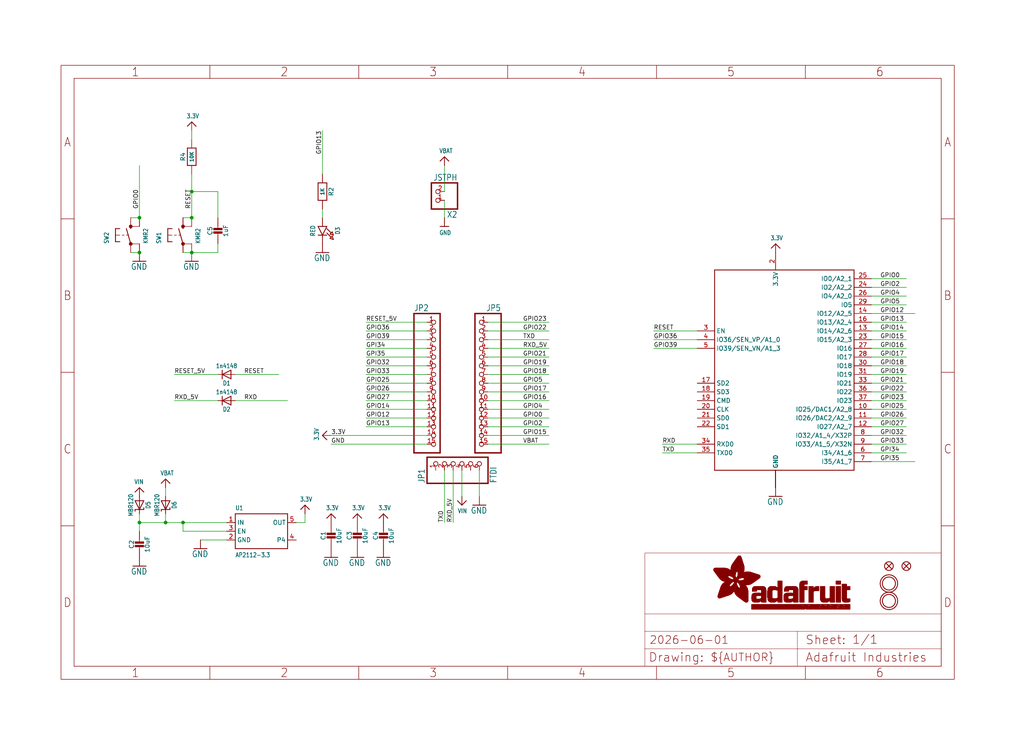
<source format=kicad_sch>
(kicad_sch (version 20230121) (generator eeschema)
  (paper "User" 298.45 217.322)
  (lib_symbols
    (symbol "working-eagle-import:3.3V" (power)
      (property "Value" "3.3V" (at -1.524 1.016 0))
      (symbol "3.3V_1_0"
        (pin power_in line (at 0 -2.54 90) (length 2.54) (name "3.3V") (number "1"))
      )
    )
    (symbol "working-eagle-import:CAP_CERAMIC0805-NOOUTLINE"
      (property "Reference" "C" (at -2.29 1.25 90))
      (symbol "CAP_CERAMIC0805-NOOUTLINE_1_0"
        (pin passive line (at 0 5.08 270) (length 2.54) (name "1") (number "1"))
        (pin passive line (at 0 -2.54 90) (length 2.54) (name "2") (number "2"))
      )
    )
    (symbol "working-eagle-import:CON_JST_PH_2PIN"
      (property "Reference" "X" (at -6.35 5.715 0))
      (symbol "CON_JST_PH_2PIN_1_0"
        (pin passive inverted (at -2.54 2.54 0) (length 2.54) (name "1") (number "1"))
        (pin passive inverted (at -2.54 0 0) (length 2.54) (name "2") (number "2"))
      )
    )
    (symbol "working-eagle-import:DIODE-SCHOTTKYSOD-123"
      (property "Reference" "D" (at 0 2.54 0))
      (symbol "DIODE-SCHOTTKYSOD-123_1_0"
        (pin passive line (at -2.54 0 0) (length 2.54) (name "A") (number "A"))
        (pin passive line (at 2.54 0 180) (length 2.54) (name "C") (number "C"))
      )
    )
    (symbol "working-eagle-import:DIODESOD-323"
      (property "Reference" "D" (at 0 2.54 0))
      (symbol "DIODESOD-323_1_0"
        (pin passive line (at -2.54 0 0) (length 2.54) (name "A") (number "A"))
        (pin passive line (at 2.54 0 180) (length 2.54) (name "C") (number "C"))
      )
    )
    (symbol "working-eagle-import:ESP32_WROOM32"
      (symbol "ESP32_WROOM32_1_0"
        (pin passive line (at 0 -27.94 90) (length 5.08) (name "GND") (number "1"))
        (pin bidirectional line (at 27.94 -5.08 180) (length 5.08) (name "IO25/DAC1/A2_8") (number "10"))
        (pin bidirectional line (at 27.94 -7.62 180) (length 5.08) (name "IO26/DAC2/A2_9") (number "11"))
        (pin bidirectional line (at 27.94 -10.16 180) (length 5.08) (name "IO27/A2_7") (number "12"))
        (pin bidirectional line (at 27.94 17.78 180) (length 5.08) (name "IO14/A2_6") (number "13"))
        (pin bidirectional line (at 27.94 22.86 180) (length 5.08) (name "IO12/A2_5") (number "14"))
        (pin passive line (at 0 -27.94 90) (length 5.08) (name "GND") (number "15"))
        (pin bidirectional line (at 27.94 20.32 180) (length 5.08) (name "IO13/A2_4") (number "16"))
        (pin bidirectional line (at -22.86 2.54 0) (length 5.08) (name "SD2") (number "17"))
        (pin bidirectional line (at -22.86 0 0) (length 5.08) (name "SD3") (number "18"))
        (pin bidirectional line (at -22.86 -2.54 0) (length 5.08) (name "CMD") (number "19"))
        (pin passive line (at 0 40.64 270) (length 5.08) (name "3.3V") (number "2"))
        (pin bidirectional line (at -22.86 -5.08 0) (length 5.08) (name "CLK") (number "20"))
        (pin bidirectional line (at -22.86 -7.62 0) (length 5.08) (name "SD0") (number "21"))
        (pin bidirectional line (at -22.86 -10.16 0) (length 5.08) (name "SD1") (number "22"))
        (pin bidirectional line (at 27.94 15.24 180) (length 5.08) (name "IO15/A2_3") (number "23"))
        (pin bidirectional line (at 27.94 30.48 180) (length 5.08) (name "IO2/A2_2") (number "24"))
        (pin bidirectional line (at 27.94 33.02 180) (length 5.08) (name "IO0/A2_1") (number "25"))
        (pin bidirectional line (at 27.94 27.94 180) (length 5.08) (name "IO4/A2_0") (number "26"))
        (pin bidirectional line (at 27.94 12.7 180) (length 5.08) (name "IO16") (number "27"))
        (pin bidirectional line (at 27.94 10.16 180) (length 5.08) (name "IO17") (number "28"))
        (pin bidirectional line (at 27.94 25.4 180) (length 5.08) (name "IO5") (number "29"))
        (pin input line (at -22.86 17.78 0) (length 5.08) (name "EN") (number "3"))
        (pin bidirectional line (at 27.94 7.62 180) (length 5.08) (name "IO18") (number "30"))
        (pin bidirectional line (at 27.94 5.08 180) (length 5.08) (name "IO19") (number "31"))
        (pin bidirectional line (at 27.94 2.54 180) (length 5.08) (name "IO21") (number "33"))
        (pin input line (at -22.86 -15.24 0) (length 5.08) (name "RXD0") (number "34"))
        (pin output line (at -22.86 -17.78 0) (length 5.08) (name "TXD0") (number "35"))
        (pin bidirectional line (at 27.94 0 180) (length 5.08) (name "IO22") (number "36"))
        (pin bidirectional line (at 27.94 -2.54 180) (length 5.08) (name "IO23") (number "37"))
        (pin passive line (at 0 -27.94 90) (length 5.08) (name "GND") (number "38"))
        (pin passive line (at -22.86 15.24 0) (length 5.08) (name "IO36/SEN_VP/A1_0") (number "4"))
        (pin passive line (at -22.86 12.7 0) (length 5.08) (name "IO39/SEN_VN/A1_3") (number "5"))
        (pin bidirectional line (at 27.94 -17.78 180) (length 5.08) (name "I34/A1_6") (number "6"))
        (pin bidirectional line (at 27.94 -20.32 180) (length 5.08) (name "I35/A1_7") (number "7"))
        (pin bidirectional line (at 27.94 -12.7 180) (length 5.08) (name "IO32/A1_4/X32P") (number "8"))
        (pin bidirectional line (at 27.94 -15.24 180) (length 5.08) (name "IO33/A1_5/X32N") (number "9"))
        (pin passive line (at 0 -27.94 90) (length 5.08) (name "GND") (number "P$1"))
      )
    )
    (symbol "working-eagle-import:FIDUCIAL_1MM")
    (symbol "working-eagle-import:FRAME_A4_ADAFRUIT"
      (symbol "FRAME_A4_ADAFRUIT_1_0"
        (text "${#}/${##}" (at 230.505 10.16 0) (effects (font (size 2.54 2.54)) (justify left bottom)))
        (text "${AUTHOR}" (at 189.23 5.08 0) (effects (font (size 2.286 2.286)) (justify left bottom)))
        (text "${CURRENT_DATE}" (at 171.45 10.16 0) (effects (font (size 2.286 2.286)) (justify left bottom)))
        (text "${PROJECTNAME}" (at 171.45 15.24 0) (effects (font (size 2.54 2.54)) (justify left bottom)))
        (text "1" (at 21.6958 1.905 0) (effects (font (size 2.54 2.286))))
        (text "1" (at 21.6958 177.165 0) (effects (font (size 2.54 2.286))))
        (text "2" (at 65.0875 1.905 0) (effects (font (size 2.54 2.286))))
        (text "2" (at 65.0875 177.165 0) (effects (font (size 2.54 2.286))))
        (text "3" (at 108.4792 1.905 0) (effects (font (size 2.54 2.286))))
        (text "3" (at 108.4792 177.165 0) (effects (font (size 2.54 2.286))))
        (text "4" (at 151.8708 1.905 0) (effects (font (size 2.54 2.286))))
        (text "4" (at 151.8708 177.165 0) (effects (font (size 2.54 2.286))))
        (text "5" (at 195.2625 1.905 0) (effects (font (size 2.54 2.286))))
        (text "5" (at 195.2625 177.165 0) (effects (font (size 2.54 2.286))))
        (text "6" (at 238.6542 1.905 0) (effects (font (size 2.54 2.286))))
        (text "6" (at 238.6542 177.165 0) (effects (font (size 2.54 2.286))))
        (text "A" (at 1.905 156.6863 0) (effects (font (size 2.54 2.286))))
        (text "A" (at 258.445 156.6863 0) (effects (font (size 2.54 2.286))))
        (text "Adafruit Industries" (at 216.916 4.953 0) (effects (font (size 2.54 2.54)) (justify left bottom)))
        (text "B" (at 1.905 111.9188 0) (effects (font (size 2.54 2.286))))
        (text "B" (at 258.445 111.9188 0) (effects (font (size 2.54 2.286))))
        (text "C" (at 1.905 67.1513 0) (effects (font (size 2.54 2.286))))
        (text "C" (at 258.445 67.1513 0) (effects (font (size 2.54 2.286))))
        (text "D" (at 1.905 22.3838 0) (effects (font (size 2.54 2.286))))
        (text "D" (at 258.445 22.3838 0) (effects (font (size 2.54 2.286))))
        (text "Drawing:" (at 171.196 4.953 0) (effects (font (size 2.54 2.54)) (justify left bottom)))
        (text "Sheet:" (at 216.916 10.033 0) (effects (font (size 2.54 2.54)) (justify left bottom)))
      )
    )
    (symbol "working-eagle-import:GND" (power)
      (property "Value" "GND" (at -2.54 -2.54 0))
      (symbol "GND_1_0"
        (pin power_in line (at 0 2.54 270) (length 2.54) (name "GND") (number "1"))
      )
    )
    (symbol "working-eagle-import:HEADER-1X15"
      (property "Reference" "JP" (at -6.35 20.955 0))
      (symbol "HEADER-1X15_1_0"
        (pin passive inverted (at -2.54 17.78 0) (length 2.54) (name "1") (number "1"))
        (pin passive inverted (at -2.54 -5.08 0) (length 2.54) (name "10") (number "10"))
        (pin passive inverted (at -2.54 -7.62 0) (length 2.54) (name "11") (number "11"))
        (pin passive inverted (at -2.54 -10.16 0) (length 2.54) (name "12") (number "12"))
        (pin passive inverted (at -2.54 -12.7 0) (length 2.54) (name "13") (number "13"))
        (pin passive inverted (at -2.54 -15.24 0) (length 2.54) (name "14") (number "14"))
        (pin passive inverted (at -2.54 -17.78 0) (length 2.54) (name "15") (number "15"))
        (pin passive inverted (at -2.54 15.24 0) (length 2.54) (name "2") (number "2"))
        (pin passive inverted (at -2.54 12.7 0) (length 2.54) (name "3") (number "3"))
        (pin passive inverted (at -2.54 10.16 0) (length 2.54) (name "4") (number "4"))
        (pin passive inverted (at -2.54 7.62 0) (length 2.54) (name "5") (number "5"))
        (pin passive inverted (at -2.54 5.08 0) (length 2.54) (name "6") (number "6"))
        (pin passive inverted (at -2.54 2.54 0) (length 2.54) (name "7") (number "7"))
        (pin passive inverted (at -2.54 0 0) (length 2.54) (name "8") (number "8"))
        (pin passive inverted (at -2.54 -2.54 0) (length 2.54) (name "9") (number "9"))
      )
    )
    (symbol "working-eagle-import:HEADER-1X670MIL"
      (property "Reference" "JP" (at -6.35 10.795 0))
      (symbol "HEADER-1X670MIL_1_0"
        (pin passive inverted (at -2.54 7.62 0) (length 2.54) (name "1") (number "1"))
        (pin passive inverted (at -2.54 5.08 0) (length 2.54) (name "2") (number "2"))
        (pin passive inverted (at -2.54 2.54 0) (length 2.54) (name "3") (number "3"))
        (pin passive inverted (at -2.54 0 0) (length 2.54) (name "4") (number "4"))
        (pin passive inverted (at -2.54 -2.54 0) (length 2.54) (name "5") (number "5"))
        (pin passive inverted (at -2.54 -5.08 0) (length 2.54) (name "6") (number "6"))
      )
    )
    (symbol "working-eagle-import:LED0805_NOOUTLINE"
      (property "Reference" "D" (at -1.27 4.445 0))
      (symbol "LED0805_NOOUTLINE_1_0"
        (pin passive line (at -5.08 0 0) (length 2.54) (name "A") (number "A"))
        (pin passive line (at 2.54 0 180) (length 2.54) (name "C") (number "C"))
      )
    )
    (symbol "working-eagle-import:MOUNTINGHOLE2.5")
    (symbol "working-eagle-import:RESISTOR_0603_NOOUT"
      (property "Reference" "R" (at 0 2.54 0))
      (symbol "RESISTOR_0603_NOOUT_1_0"
        (pin passive line (at -5.08 0 0) (length 2.54) (name "1") (number "1"))
        (pin passive line (at 5.08 0 180) (length 2.54) (name "2") (number "2"))
      )
    )
    (symbol "working-eagle-import:SWITCH_TACT_SMT4.6X2.8"
      (property "Reference" "SW" (at -2.54 6.35 0))
      (symbol "SWITCH_TACT_SMT4.6X2.8_1_0"
        (pin passive line (at -5.08 0 0) (length 2.54) (name "P") (number "A"))
        (pin passive line (at -5.08 -2.54 0) (length 2.54) (name "P1") (number "A'"))
        (pin passive line (at 5.08 0 180) (length 2.54) (name "S") (number "B"))
        (pin passive line (at 5.08 -2.54 180) (length 2.54) (name "S1") (number "B'"))
      )
    )
    (symbol "working-eagle-import:VBAT" (power)
      (property "Value" "VBAT" (at -1.524 1.016 0))
      (symbol "VBAT_1_0"
        (pin power_in line (at 0 -2.54 90) (length 2.54) (name "VBAT") (number "1"))
      )
    )
    (symbol "working-eagle-import:VIN" (power)
      (property "Value" "VIN" (at -1.524 1.016 0))
      (symbol "VIN_1_0"
        (pin power_in line (at 0 -2.54 90) (length 2.54) (name "VIN") (number "1"))
      )
    )
    (symbol "working-eagle-import:VREG_SOT23-5"
      (property "Reference" "U" (at -7.62 6.096 0))
      (symbol "VREG_SOT23-5_1_0"
        (pin power_in line (at -10.16 2.54 0) (length 2.54) (name "IN") (number "1"))
        (pin power_in line (at -10.16 -2.54 0) (length 2.54) (name "GND") (number "2"))
        (pin input line (at -10.16 0 0) (length 2.54) (name "EN") (number "3"))
        (pin bidirectional line (at 10.16 -2.54 180) (length 2.54) (name "P4") (number "4"))
        (pin power_in line (at 10.16 2.54 180) (length 2.54) (name "OUT") (number "5"))
      )
    )
    (symbol "working-eagle-import:microbuilder_GND" (power)
      (property "Value" "microbuilder_GND" (at -1.524 -2.54 0))
      (symbol "microbuilder_GND_1_0"
        (pin power_in line (at 0 2.54 270) (length 2.54) (name "GND") (number "1"))
      )
    )
  )
  (junction (at 48.26 152.4))
  (junction (at 53.34 152.4))
  (junction (at 55.88 73.66))
  (junction (at 55.88 55.88))
  (junction (at 55.88 63.5))
  (junction (at 40.64 73.66))
  (junction (at 40.64 63.5))
  (junction (at 40.64 152.4))
  (wire (pts (xy 203.2 99.06) (xy 190.5 99.06)) (stroke (width 0.1524)))
  (wire (pts (xy 124.46 116.84) (xy 106.68 116.84)) (stroke (width 0.1524)))
  (wire (pts (xy 160.02 129.54) (xy 142.24 129.54)) (stroke (width 0.1524)))
  (wire (pts (xy 254 129.54) (xy 264.16 129.54)) (stroke (width 0.1524)))
  (wire (pts (xy 160.02 109.22) (xy 142.24 109.22)) (stroke (width 0.1524)))
  (wire (pts (xy 142.24 116.84) (xy 160.02 116.84)) (stroke (width 0.1524)))
  (wire (pts (xy 129.54 63.5) (xy 129.54 58.42)) (stroke (width 0.1524)))
  (wire (pts (xy 142.24 104.14) (xy 160.02 104.14)) (stroke (width 0.1524)))
  (wire (pts (xy 203.2 129.54) (xy 193.04 129.54)) (stroke (width 0.1524)))
  (wire (pts (xy 160.02 101.6) (xy 142.24 101.6)) (stroke (width 0.1524)))
  (wire (pts (xy 254 109.22) (xy 264.16 109.22)) (stroke (width 0.1524)))
  (wire (pts (xy 142.24 93.98) (xy 160.02 93.98)) (stroke (width 0.1524)))
  (wire (pts (xy 264.16 106.68) (xy 254 106.68)) (stroke (width 0.1524)))
  (wire (pts (xy 129.54 48.26) (xy 129.54 55.88)) (stroke (width 0.1524)))
  (wire (pts (xy 254 96.52) (xy 264.16 96.52)) (stroke (width 0.1524)))
  (wire (pts (xy 55.88 38.1) (xy 55.88 40.64)) (stroke (width 0.1524)))
  (wire (pts (xy 203.2 132.08) (xy 193.04 132.08)) (stroke (width 0.1524)))
  (wire (pts (xy 264.16 116.84) (xy 254 116.84)) (stroke (width 0.1524)))
  (wire (pts (xy 124.46 101.6) (xy 106.68 101.6)) (stroke (width 0.1524)))
  (wire (pts (xy 63.5 73.66) (xy 55.88 73.66)) (stroke (width 0.1524)))
  (wire (pts (xy 40.64 48.26) (xy 40.64 63.5)) (stroke (width 0.1524)))
  (wire (pts (xy 139.7 144.78) (xy 139.7 137.16)) (stroke (width 0.1524)))
  (wire (pts (xy 264.16 111.76) (xy 254 111.76)) (stroke (width 0.1524)))
  (wire (pts (xy 55.88 63.5) (xy 53.34 63.5)) (stroke (width 0.1524)))
  (wire (pts (xy 264.16 83.82) (xy 254 83.82)) (stroke (width 0.1524)))
  (wire (pts (xy 254 119.38) (xy 264.16 119.38)) (stroke (width 0.1524)))
  (wire (pts (xy 124.46 99.06) (xy 106.68 99.06)) (stroke (width 0.1524)))
  (wire (pts (xy 55.88 50.8) (xy 55.88 55.88)) (stroke (width 0.1524)))
  (wire (pts (xy 160.02 96.52) (xy 142.24 96.52)) (stroke (width 0.1524)))
  (wire (pts (xy 106.68 109.22) (xy 124.46 109.22)) (stroke (width 0.1524)))
  (wire (pts (xy 264.16 121.92) (xy 254 121.92)) (stroke (width 0.1524)))
  (wire (pts (xy 55.88 55.88) (xy 63.5 55.88)) (stroke (width 0.1524)))
  (wire (pts (xy 264.16 132.08) (xy 254 132.08)) (stroke (width 0.1524)))
  (wire (pts (xy 264.16 88.9) (xy 254 88.9)) (stroke (width 0.1524)))
  (wire (pts (xy 96.52 127) (xy 124.46 127)) (stroke (width 0.1524)))
  (wire (pts (xy 38.1 73.66) (xy 40.64 73.66)) (stroke (width 0.1524)))
  (wire (pts (xy 254 81.28) (xy 264.16 81.28)) (stroke (width 0.1524)))
  (wire (pts (xy 254 86.36) (xy 264.16 86.36)) (stroke (width 0.1524)))
  (wire (pts (xy 63.5 116.84) (xy 50.8 116.84)) (stroke (width 0.1524)))
  (wire (pts (xy 58.42 157.48) (xy 66.04 157.48)) (stroke (width 0.1524)))
  (wire (pts (xy 124.46 129.54) (xy 96.52 129.54)) (stroke (width 0.1524)))
  (wire (pts (xy 106.68 96.52) (xy 124.46 96.52)) (stroke (width 0.1524)))
  (wire (pts (xy 53.34 152.4) (xy 48.26 152.4)) (stroke (width 0.1524)))
  (wire (pts (xy 124.46 111.76) (xy 106.68 111.76)) (stroke (width 0.1524)))
  (wire (pts (xy 93.98 50.8) (xy 93.98 38.1)) (stroke (width 0.1524)))
  (wire (pts (xy 48.26 152.4) (xy 40.64 152.4)) (stroke (width 0.1524)))
  (wire (pts (xy 53.34 73.66) (xy 55.88 73.66)) (stroke (width 0.1524)))
  (wire (pts (xy 254 124.46) (xy 264.16 124.46)) (stroke (width 0.1524)))
  (wire (pts (xy 40.64 152.4) (xy 40.64 149.86)) (stroke (width 0.1524)))
  (wire (pts (xy 86.36 152.4) (xy 88.9 152.4)) (stroke (width 0.1524)))
  (wire (pts (xy 160.02 114.3) (xy 142.24 114.3)) (stroke (width 0.1524)))
  (wire (pts (xy 142.24 121.92) (xy 160.02 121.92)) (stroke (width 0.1524)))
  (wire (pts (xy 129.54 152.4) (xy 129.54 137.16)) (stroke (width 0.1524)))
  (wire (pts (xy 142.24 99.06) (xy 160.02 99.06)) (stroke (width 0.1524)))
  (wire (pts (xy 53.34 154.94) (xy 66.04 154.94)) (stroke (width 0.1524)))
  (wire (pts (xy 254 114.3) (xy 264.16 114.3)) (stroke (width 0.1524)))
  (wire (pts (xy 53.34 154.94) (xy 53.34 152.4)) (stroke (width 0.1524)))
  (wire (pts (xy 68.58 109.22) (xy 81.28 109.22)) (stroke (width 0.1524)))
  (wire (pts (xy 55.88 55.88) (xy 55.88 63.5)) (stroke (width 0.1524)))
  (wire (pts (xy 142.24 106.68) (xy 160.02 106.68)) (stroke (width 0.1524)))
  (wire (pts (xy 254 91.44) (xy 266.7 91.44)) (stroke (width 0.1524)))
  (wire (pts (xy 254 101.6) (xy 264.16 101.6)) (stroke (width 0.1524)))
  (wire (pts (xy 124.46 106.68) (xy 106.68 106.68)) (stroke (width 0.1524)))
  (wire (pts (xy 264.16 127) (xy 254 127)) (stroke (width 0.1524)))
  (wire (pts (xy 63.5 71.12) (xy 63.5 73.66)) (stroke (width 0.1524)))
  (wire (pts (xy 93.98 63.5) (xy 93.98 60.96)) (stroke (width 0.1524)))
  (wire (pts (xy 124.46 124.46) (xy 106.68 124.46)) (stroke (width 0.1524)))
  (wire (pts (xy 264.16 99.06) (xy 254 99.06)) (stroke (width 0.1524)))
  (wire (pts (xy 68.58 116.84) (xy 83.82 116.84)) (stroke (width 0.1524)))
  (wire (pts (xy 132.08 152.4) (xy 132.08 137.16)) (stroke (width 0.1524)))
  (wire (pts (xy 40.64 63.5) (xy 38.1 63.5)) (stroke (width 0.1524)))
  (wire (pts (xy 106.68 114.3) (xy 124.46 114.3)) (stroke (width 0.1524)))
  (wire (pts (xy 160.02 124.46) (xy 142.24 124.46)) (stroke (width 0.1524)))
  (wire (pts (xy 88.9 152.4) (xy 88.9 149.86)) (stroke (width 0.1524)))
  (wire (pts (xy 50.8 109.22) (xy 63.5 109.22)) (stroke (width 0.1524)))
  (wire (pts (xy 134.62 137.16) (xy 134.62 144.78)) (stroke (width 0.1524)))
  (wire (pts (xy 142.24 127) (xy 160.02 127)) (stroke (width 0.1524)))
  (wire (pts (xy 160.02 119.38) (xy 142.24 119.38)) (stroke (width 0.1524)))
  (wire (pts (xy 106.68 104.14) (xy 124.46 104.14)) (stroke (width 0.1524)))
  (wire (pts (xy 106.68 119.38) (xy 124.46 119.38)) (stroke (width 0.1524)))
  (wire (pts (xy 264.16 93.98) (xy 254 93.98)) (stroke (width 0.1524)))
  (wire (pts (xy 190.5 101.6) (xy 203.2 101.6)) (stroke (width 0.1524)))
  (wire (pts (xy 106.68 121.92) (xy 124.46 121.92)) (stroke (width 0.1524)))
  (wire (pts (xy 203.2 96.52) (xy 190.5 96.52)) (stroke (width 0.1524)))
  (wire (pts (xy 63.5 55.88) (xy 63.5 63.5)) (stroke (width 0.1524)))
  (wire (pts (xy 142.24 111.76) (xy 160.02 111.76)) (stroke (width 0.1524)))
  (wire (pts (xy 48.26 144.78) (xy 48.26 142.24)) (stroke (width 0.1524)))
  (wire (pts (xy 40.64 152.4) (xy 40.64 154.94)) (stroke (width 0.1524)))
  (wire (pts (xy 254 134.62) (xy 266.7 134.62)) (stroke (width 0.1524)))
  (wire (pts (xy 48.26 152.4) (xy 48.26 149.86)) (stroke (width 0.1524)))
  (wire (pts (xy 66.04 152.4) (xy 53.34 152.4)) (stroke (width 0.1524)))
  (wire (pts (xy 124.46 93.98) (xy 106.68 93.98)) (stroke (width 0.1524)))
  (wire (pts (xy 254 104.14) (xy 264.16 104.14)) (stroke (width 0.1524)))
  (label "GPIO17" (at 256.54 104.14 0) (effects (font (size 1.2446 1.2446))))
  (label "GPIO2" (at 152.4 124.46 0) (effects (font (size 1.2446 1.2446))))
  (label "GPIO33" (at 106.68 109.22 0) (effects (font (size 1.2446 1.2446))))
  (label "GPI35" (at 256.54 134.62 0) (effects (font (size 1.2446 1.2446))))
  (label "TXD" (at 129.54 152.4 90) (effects (font (size 1.2446 1.2446))))
  (label "GPIO27" (at 256.54 124.46 0) (effects (font (size 1.2446 1.2446))))
  (label "GPIO15" (at 256.54 99.06 0) (effects (font (size 1.2446 1.2446))))
  (label "RESET_5V" (at 50.8 109.22 0) (effects (font (size 1.2446 1.2446))))
  (label "RXD_5V" (at 152.4 101.6 0) (effects (font (size 1.2446 1.2446))))
  (label "GPI35" (at 106.68 104.14 0) (effects (font (size 1.2446 1.2446))))
  (label "GPIO16" (at 152.4 116.84 0) (effects (font (size 1.2446 1.2446))))
  (label "RXD" (at 193.04 129.54 0) (effects (font (size 1.2446 1.2446))))
  (label "GPIO21" (at 256.54 111.76 0) (effects (font (size 1.2446 1.2446))))
  (label "RESET_5V" (at 106.68 93.98 0) (effects (font (size 1.2446 1.2446))))
  (label "GPIO13" (at 256.54 93.98 0) (effects (font (size 1.2446 1.2446))))
  (label "GPIO32" (at 106.68 106.68 0) (effects (font (size 1.2446 1.2446))))
  (label "RXD_5V" (at 132.08 152.4 90) (effects (font (size 1.2446 1.2446))))
  (label "GPIO36" (at 106.68 96.52 0) (effects (font (size 1.2446 1.2446))))
  (label "GPIO5" (at 152.4 111.76 0) (effects (font (size 1.2446 1.2446))))
  (label "GPIO33" (at 256.54 129.54 0) (effects (font (size 1.2446 1.2446))))
  (label "GPIO13" (at 106.68 124.46 0) (effects (font (size 1.2446 1.2446))))
  (label "GPIO17" (at 152.4 114.3 0) (effects (font (size 1.2446 1.2446))))
  (label "RXD" (at 71.12 116.84 0) (effects (font (size 1.2446 1.2446))))
  (label "GPI34" (at 256.54 132.08 0) (effects (font (size 1.2446 1.2446))))
  (label "GPIO14" (at 106.68 119.38 0) (effects (font (size 1.2446 1.2446))))
  (label "GPIO22" (at 152.4 96.52 0) (effects (font (size 1.2446 1.2446))))
  (label "GPIO2" (at 256.54 83.82 0) (effects (font (size 1.2446 1.2446))))
  (label "GPIO19" (at 152.4 106.68 0) (effects (font (size 1.2446 1.2446))))
  (label "GPIO36" (at 190.5 99.06 0) (effects (font (size 1.2446 1.2446))))
  (label "RXD_5V" (at 50.8 116.84 0) (effects (font (size 1.2446 1.2446))))
  (label "GPIO15" (at 152.4 127 0) (effects (font (size 1.2446 1.2446))))
  (label "GPIO0" (at 40.64 60.96 90) (effects (font (size 1.2446 1.2446))))
  (label "GPIO32" (at 256.54 127 0) (effects (font (size 1.2446 1.2446))))
  (label "GPIO12" (at 256.54 91.44 0) (effects (font (size 1.2446 1.2446))))
  (label "GPIO22" (at 256.54 114.3 0) (effects (font (size 1.2446 1.2446))))
  (label "RESET" (at 71.12 109.22 0) (effects (font (size 1.2446 1.2446))))
  (label "GPIO0" (at 256.54 81.28 0) (effects (font (size 1.2446 1.2446))))
  (label "GPIO13" (at 93.98 38.1 270) (effects (font (size 1.2446 1.2446))))
  (label "TXD" (at 152.4 99.06 0) (effects (font (size 1.2446 1.2446))))
  (label "3.3V" (at 96.52 127 0) (effects (font (size 1.2446 1.2446))))
  (label "GPIO4" (at 256.54 86.36 0) (effects (font (size 1.2446 1.2446))))
  (label "GPIO16" (at 256.54 101.6 0) (effects (font (size 1.2446 1.2446))))
  (label "GPIO14" (at 256.54 96.52 0) (effects (font (size 1.2446 1.2446))))
  (label "TXD" (at 193.04 132.08 0) (effects (font (size 1.2446 1.2446))))
  (label "GPIO0" (at 152.4 121.92 0) (effects (font (size 1.2446 1.2446))))
  (label "GPIO23" (at 152.4 93.98 0) (effects (font (size 1.2446 1.2446))))
  (label "GPIO27" (at 106.68 116.84 0) (effects (font (size 1.2446 1.2446))))
  (label "GPIO25" (at 106.68 111.76 0) (effects (font (size 1.2446 1.2446))))
  (label "GPIO18" (at 152.4 109.22 0) (effects (font (size 1.2446 1.2446))))
  (label "GPIO18" (at 256.54 106.68 0) (effects (font (size 1.2446 1.2446))))
  (label "GPIO5" (at 256.54 88.9 0) (effects (font (size 1.2446 1.2446))))
  (label "GPIO39" (at 190.5 101.6 0) (effects (font (size 1.2446 1.2446))))
  (label "GPIO23" (at 256.54 116.84 0) (effects (font (size 1.2446 1.2446))))
  (label "GPIO4" (at 152.4 119.38 0) (effects (font (size 1.2446 1.2446))))
  (label "GND" (at 96.52 129.54 0) (effects (font (size 1.2446 1.2446))))
  (label "GPIO25" (at 256.54 119.38 0) (effects (font (size 1.2446 1.2446))))
  (label "GPIO39" (at 106.68 99.06 0) (effects (font (size 1.2446 1.2446))))
  (label "RESET" (at 55.88 60.96 90) (effects (font (size 1.2446 1.2446))))
  (label "GPIO26" (at 106.68 114.3 0) (effects (font (size 1.2446 1.2446))))
  (label "VBAT" (at 152.4 129.54 0) (effects (font (size 1.2446 1.2446))))
  (label "GPIO26" (at 256.54 121.92 0) (effects (font (size 1.2446 1.2446))))
  (label "GPIO12" (at 106.68 121.92 0) (effects (font (size 1.2446 1.2446))))
  (label "GPIO19" (at 256.54 109.22 0) (effects (font (size 1.2446 1.2446))))
  (label "RESET" (at 190.5 96.52 0) (effects (font (size 1.2446 1.2446))))
  (label "GPIO21" (at 152.4 104.14 0) (effects (font (size 1.2446 1.2446))))
  (label "GPI34" (at 106.68 101.6 0) (effects (font (size 1.2446 1.2446))))
  (symbol (lib_id "working-eagle-import:CAP_CERAMIC0805-NOOUTLINE") (at 40.64 160.02 0) (unit 1)
    (property "Reference" "C2" (at 38.35 158.77 90))
    (property "Value" "10uF" (at 42.94 158.77 90))
    (property "Footprint" "working:0805-NO" (effects hide))
  )
  (symbol (lib_id "working-eagle-import:CAP_CERAMIC0805-NOOUTLINE") (at 104.14 157.48 0) (unit 1)
    (property "Reference" "C3" (at 101.85 156.23 90))
    (property "Value" "10uF" (at 106.44 156.23 90))
    (property "Footprint" "working:0805-NO" (effects hide))
  )
  (symbol (lib_id "working-eagle-import:GND") (at 40.64 165.1 0) (unit 1)
    (property "Reference" "#GND11" (effects hide))
    (property "Value" "GND" (at 38.1 167.64 0) (effects (font (size 1.778 1.5113)) (justify left bottom)))
  )
  (symbol (lib_id "working-eagle-import:LED0805_NOOUTLINE") (at 93.98 68.58 270) (unit 1)
    (property "Reference" "D3" (at 98.425 67.31 0) (effects (font (size 1.27 1.0795))))
    (property "Value" "RED" (at 91.186 67.31 0) (effects (font (size 1.27 1.0795))))
    (property "Footprint" "working:CHIPLED_0805_NOOUTLINE" (effects hide))
  )
  (symbol (lib_id "working-eagle-import:3.3V") (at 226.06 71.12 0) (unit 1)
    (property "Reference" "#U$19" (effects hide))
    (property "Value" "3.3V" (at 224.536 70.104 0) (effects (font (size 1.27 1.0795)) (justify left bottom)))
  )
  (symbol (lib_id "working-eagle-import:GND") (at 58.42 160.02 0) (unit 1)
    (property "Reference" "#GND7" (effects hide))
    (property "Value" "GND" (at 55.88 162.56 0) (effects (font (size 1.778 1.5113)) (justify left bottom)))
  )
  (symbol (lib_id "working-eagle-import:MOUNTINGHOLE2.5") (at 259.08 170.18 0) (unit 1)
    (property "Reference" "U$16" (effects hide))
    (property "Value" "MOUNTINGHOLE2.5" (effects hide))
    (property "Footprint" "working:MOUNTINGHOLE_2.5_PLATED" (effects hide))
  )
  (symbol (lib_id "working-eagle-import:CAP_CERAMIC0805-NOOUTLINE") (at 111.76 157.48 0) (unit 1)
    (property "Reference" "C4" (at 109.47 156.23 90))
    (property "Value" "10uF" (at 114.06 156.23 90))
    (property "Footprint" "working:0805-NO" (effects hide))
  )
  (symbol (lib_id "working-eagle-import:GND") (at 96.52 162.56 0) (unit 1)
    (property "Reference" "#GND2" (effects hide))
    (property "Value" "GND" (at 93.98 165.1 0) (effects (font (size 1.778 1.5113)) (justify left bottom)))
  )
  (symbol (lib_id "working-eagle-import:FIDUCIAL_1MM") (at 264.16 165.1 0) (unit 1)
    (property "Reference" "FID1" (effects hide))
    (property "Value" "FIDUCIAL_1MM" (effects hide))
    (property "Footprint" "working:FIDUCIAL_1MM" (effects hide))
  )
  (symbol (lib_id "working-eagle-import:GND") (at 111.76 162.56 0) (unit 1)
    (property "Reference" "#GND10" (effects hide))
    (property "Value" "GND" (at 109.22 165.1 0) (effects (font (size 1.778 1.5113)) (justify left bottom)))
  )
  (symbol (lib_id "working-eagle-import:CAP_CERAMIC0805-NOOUTLINE") (at 96.52 157.48 0) (unit 1)
    (property "Reference" "C1" (at 94.23 156.23 90))
    (property "Value" "10uF" (at 98.82 156.23 90))
    (property "Footprint" "working:0805-NO" (effects hide))
  )
  (symbol (lib_id "working-eagle-import:VBAT") (at 129.54 45.72 0) (unit 1)
    (property "Reference" "#U$1" (effects hide))
    (property "Value" "VBAT" (at 128.016 44.704 0) (effects (font (size 1.27 1.0795)) (justify left bottom)))
  )
  (symbol (lib_id "working-eagle-import:DIODESOD-323") (at 66.04 109.22 180) (unit 1)
    (property "Reference" "D1" (at 66.04 111.76 0) (effects (font (size 1.27 1.0795))))
    (property "Value" "1n4148" (at 66.04 106.72 0) (effects (font (size 1.27 1.0795))))
    (property "Footprint" "working:SOD-323" (effects hide))
  )
  (symbol (lib_id "working-eagle-import:RESISTOR_0603_NOOUT") (at 55.88 45.72 90) (unit 1)
    (property "Reference" "R4" (at 53.34 45.72 0))
    (property "Value" "10K" (at 55.88 45.72 0) (effects (font (size 1.016 1.016) bold)))
    (property "Footprint" "working:0603-NO" (effects hide))
  )
  (symbol (lib_id "working-eagle-import:GND") (at 104.14 162.56 0) (unit 1)
    (property "Reference" "#GND9" (effects hide))
    (property "Value" "GND" (at 101.6 165.1 0) (effects (font (size 1.778 1.5113)) (justify left bottom)))
  )
  (symbol (lib_id "working-eagle-import:GND") (at 55.88 76.2 0) (unit 1)
    (property "Reference" "#GND4" (effects hide))
    (property "Value" "GND" (at 53.34 78.74 0) (effects (font (size 1.778 1.5113)) (justify left bottom)))
  )
  (symbol (lib_id "working-eagle-import:GND") (at 40.64 76.2 0) (unit 1)
    (property "Reference" "#GND5" (effects hide))
    (property "Value" "GND" (at 38.1 78.74 0) (effects (font (size 1.778 1.5113)) (justify left bottom)))
  )
  (symbol (lib_id "working-eagle-import:3.3V") (at 96.52 149.86 0) (unit 1)
    (property "Reference" "#U$7" (effects hide))
    (property "Value" "3.3V" (at 94.996 148.844 0) (effects (font (size 1.27 1.0795)) (justify left bottom)))
  )
  (symbol (lib_id "working-eagle-import:SWITCH_TACT_SMT4.6X2.8") (at 38.1 68.58 90) (unit 1)
    (property "Reference" "SW2" (at 31.75 71.12 0) (effects (font (size 1.27 1.0795)) (justify left bottom)))
    (property "Value" "KMR2" (at 43.18 71.12 0) (effects (font (size 1.27 1.0795)) (justify left bottom)))
    (property "Footprint" "working:BTN_KMR2_4.6X2.8" (effects hide))
  )
  (symbol (lib_id "working-eagle-import:RESISTOR_0603_NOOUT") (at 93.98 55.88 270) (unit 1)
    (property "Reference" "R2" (at 96.52 55.88 0))
    (property "Value" "1K" (at 93.98 55.88 0) (effects (font (size 1.016 1.016) bold)))
    (property "Footprint" "working:0603-NO" (effects hide))
  )
  (symbol (lib_id "working-eagle-import:HEADER-1X15") (at 139.7 111.76 0) (mirror y) (unit 1)
    (property "Reference" "JP5" (at 146.05 90.805 0) (effects (font (size 1.778 1.5113)) (justify left bottom)))
    (property "Value" "HEADER-1X15" (effects hide))
    (property "Footprint" "working:1X15_ROUND_70" (effects hide))
  )
  (symbol (lib_id "working-eagle-import:FIDUCIAL_1MM") (at 259.08 165.1 0) (unit 1)
    (property "Reference" "FID3" (effects hide))
    (property "Value" "FIDUCIAL_1MM" (effects hide))
    (property "Footprint" "working:FIDUCIAL_1MM" (effects hide))
  )
  (symbol (lib_id "working-eagle-import:DIODESOD-323") (at 66.04 116.84 180) (unit 1)
    (property "Reference" "D2" (at 66.04 119.38 0) (effects (font (size 1.27 1.0795))))
    (property "Value" "1n4148" (at 66.04 114.34 0) (effects (font (size 1.27 1.0795))))
    (property "Footprint" "working:SOD-323" (effects hide))
  )
  (symbol (lib_id "working-eagle-import:VBAT") (at 48.26 139.7 0) (unit 1)
    (property "Reference" "#U$11" (effects hide))
    (property "Value" "VBAT" (at 46.736 138.684 0) (effects (font (size 1.27 1.0795)) (justify left bottom)))
  )
  (symbol (lib_id "working-eagle-import:GND") (at 93.98 73.66 0) (unit 1)
    (property "Reference" "#GND3" (effects hide))
    (property "Value" "GND" (at 91.44 76.2 0) (effects (font (size 1.778 1.5113)) (justify left bottom)))
  )
  (symbol (lib_id "working-eagle-import:HEADER-1X15") (at 127 111.76 0) (unit 1)
    (property "Reference" "JP2" (at 120.65 90.805 0) (effects (font (size 1.778 1.5113)) (justify left bottom)))
    (property "Value" "HEADER-1X15" (effects hide))
    (property "Footprint" "working:1X15_ROUND_70" (effects hide))
  )
  (symbol (lib_id "working-eagle-import:3.3V") (at 111.76 149.86 0) (unit 1)
    (property "Reference" "#U$17" (effects hide))
    (property "Value" "3.3V" (at 110.236 148.844 0) (effects (font (size 1.27 1.0795)) (justify left bottom)))
  )
  (symbol (lib_id "working-eagle-import:VREG_SOT23-5") (at 76.2 154.94 0) (unit 1)
    (property "Reference" "U1" (at 68.58 148.844 0) (effects (font (size 1.27 1.0795)) (justify left bottom)))
    (property "Value" "AP2112-3.3" (at 68.58 162.56 0) (effects (font (size 1.27 1.0795)) (justify left bottom)))
    (property "Footprint" "working:SOT23-5" (effects hide))
  )
  (symbol (lib_id "working-eagle-import:VIN") (at 134.62 147.32 180) (unit 1)
    (property "Reference" "#U$9" (effects hide))
    (property "Value" "VIN" (at 136.144 148.336 0) (effects (font (size 1.27 1.0795)) (justify left bottom)))
  )
  (symbol (lib_id "working-eagle-import:3.3V") (at 93.98 127 90) (unit 1)
    (property "Reference" "#U$20" (effects hide))
    (property "Value" "3.3V" (at 92.964 128.524 0) (effects (font (size 1.27 1.0795)) (justify left bottom)))
  )
  (symbol (lib_id "working-eagle-import:FRAME_A4_ADAFRUIT") (at 17.78 198.12 0) (unit 1)
    (property "Reference" "#U$8" (effects hide))
    (property "Value" "FRAME_A4_ADAFRUIT" (effects hide))
  )
  (symbol (lib_id "working-eagle-import:3.3V") (at 55.88 35.56 0) (unit 1)
    (property "Reference" "#U$4" (effects hide))
    (property "Value" "3.3V" (at 54.356 34.544 0) (effects (font (size 1.27 1.0795)) (justify left bottom)))
  )
  (symbol (lib_id "working-eagle-import:microbuilder_GND") (at 129.54 66.04 0) (unit 1)
    (property "Reference" "#U$22" (effects hide))
    (property "Value" "GND" (at 128.016 68.58 0) (effects (font (size 1.27 1.0795)) (justify left bottom)))
  )
  (symbol (lib_id "working-eagle-import:3.3V") (at 104.14 149.86 0) (unit 1)
    (property "Reference" "#U$14" (effects hide))
    (property "Value" "3.3V" (at 102.616 148.844 0) (effects (font (size 1.27 1.0795)) (justify left bottom)))
  )
  (symbol (lib_id "working-eagle-import:HEADER-1X670MIL") (at 134.62 134.62 90) (unit 1)
    (property "Reference" "JP1" (at 123.825 140.97 0) (effects (font (size 1.778 1.5113)) (justify left bottom)))
    (property "Value" "FTDI" (at 144.78 140.97 0) (effects (font (size 1.778 1.5113)) (justify left bottom)))
    (property "Footprint" "working:1X06_ROUND_70" (effects hide))
  )
  (symbol (lib_id "working-eagle-import:GND") (at 226.06 144.78 0) (unit 1)
    (property "Reference" "#GND8" (effects hide))
    (property "Value" "GND" (at 223.52 147.32 0) (effects (font (size 1.778 1.5113)) (justify left bottom)))
  )
  (symbol (lib_id "working-eagle-import:SWITCH_TACT_SMT4.6X2.8") (at 53.34 68.58 90) (unit 1)
    (property "Reference" "SW1" (at 46.99 71.12 0) (effects (font (size 1.27 1.0795)) (justify left bottom)))
    (property "Value" "KMR2" (at 58.42 71.12 0) (effects (font (size 1.27 1.0795)) (justify left bottom)))
    (property "Footprint" "working:BTN_KMR2_4.6X2.8" (effects hide))
  )
  (symbol (lib_id "working-eagle-import:CON_JST_PH_2PIN") (at 127 55.88 180) (unit 1)
    (property "Reference" "X2" (at 133.35 61.595 0) (effects (font (size 1.778 1.5113)) (justify left bottom)))
    (property "Value" "JSTPH" (at 133.35 50.8 0) (effects (font (size 1.778 1.5113)) (justify left bottom)))
    (property "Footprint" "working:JSTPH2" (effects hide))
  )
  (symbol (lib_id "working-eagle-import:DIODE-SCHOTTKYSOD-123") (at 48.26 147.32 270) (unit 1)
    (property "Reference" "D6" (at 50.8 147.32 0) (effects (font (size 1.27 1.0795))))
    (property "Value" "MBR120" (at 45.76 147.32 0) (effects (font (size 1.27 1.0795))))
    (property "Footprint" "working:SOD-123" (effects hide))
  )
  (symbol (lib_id "working-eagle-import:GND") (at 139.7 147.32 0) (unit 1)
    (property "Reference" "#GND6" (effects hide))
    (property "Value" "GND" (at 137.16 149.86 0) (effects (font (size 1.778 1.5113)) (justify left bottom)))
  )
  (symbol (lib_id "working-eagle-import:CAP_CERAMIC0805-NOOUTLINE") (at 63.5 68.58 0) (unit 1)
    (property "Reference" "C5" (at 61.21 67.33 90))
    (property "Value" "1uF" (at 65.8 67.33 90))
    (property "Footprint" "working:0805-NO" (effects hide))
  )
  (symbol (lib_id "working-eagle-import:MOUNTINGHOLE2.5") (at 259.08 175.26 0) (unit 1)
    (property "Reference" "U$15" (effects hide))
    (property "Value" "MOUNTINGHOLE2.5" (effects hide))
    (property "Footprint" "working:MOUNTINGHOLE_2.5_PLATED" (effects hide))
  )
  (symbol (lib_id "working-eagle-import:3.3V") (at 88.9 147.32 0) (unit 1)
    (property "Reference" "#U$6" (effects hide))
    (property "Value" "3.3V" (at 87.376 146.304 0) (effects (font (size 1.27 1.0795)) (justify left bottom)))
  )
  (symbol (lib_id "working-eagle-import:VIN") (at 40.64 142.24 0) (unit 1)
    (property "Reference" "#U$10" (effects hide))
    (property "Value" "VIN" (at 39.116 141.224 0) (effects (font (size 1.27 1.0795)) (justify left bottom)))
  )
  (symbol (lib_id "working-eagle-import:ESP32_WROOM32") (at 226.06 114.3 0) (unit 1)
    (property "Reference" "X1" (effects hide))
    (property "Value" "ESP32_WROOM32" (effects hide))
    (property "Footprint" "working:WROOM32" (effects hide))
  )
  (symbol (lib_id "working-eagle-import:DIODE-SCHOTTKYSOD-123") (at 40.64 147.32 270) (unit 1)
    (property "Reference" "D5" (at 43.18 147.32 0) (effects (font (size 1.27 1.0795))))
    (property "Value" "MBR120" (at 38.14 147.32 0) (effects (font (size 1.27 1.0795))))
    (property "Footprint" "working:SOD-123" (effects hide))
  )
)
</source>
